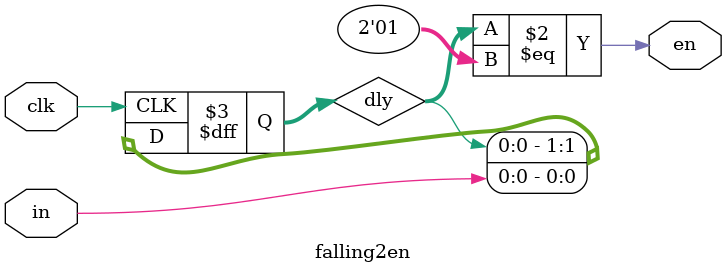
<source format=sv>
`timescale 1ns/10ps

module falling2en #(
    parameter SYNC_STG=1
)(
    input wire clk,
    input wire in,
    output logic en
);
    logic [SYNC_STG : 0] dly;
    always@(posedge clk) begin
        dly <= {dly[SYNC_STG - 1 : 0], in};
    end
    assign en = (SYNC_STG ? dly[SYNC_STG -: 2] : {dly, in}) == 2'b01;
endmodule
</source>
